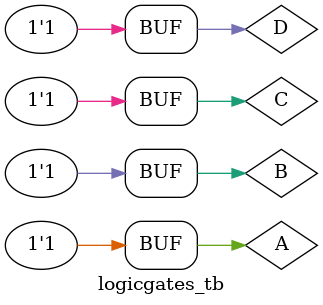
<source format=v>
module logicgates_tb;
reg A,B,C,D;
wire M,N,O,P,Q,F;

		not_gate g1(C,M);
		xor_gate g2(B,D,N);
		and_gate2ip g3(M,N,P);
		not_gate g4(A,O);
		and_gate g5(O,B,C,Q);
		or_gate2ip g6(P,Q,F);
initial 
begin
 $monitor("--- a = %b , b = %b , c = %b , d = %b --- f = %b" ,A,B,C,D,F);

A=1'b0;
B=1'b0;
C=1'b0;
D=1'b0;

 #2 A=1'b0 ;B=1'b0 ;C=1'b0 ;D=1'b1 ;
 #2 A=1'b0 ;B=1'b0 ;C=1'b1 ;D=1'b0 ;
 #2 A=1'b0 ;B=1'b0 ;C=1'b1 ;D=1'b1 ;
 #2 A=1'b0 ;B=1'b1 ;C=1'b0 ;D=1'b0 ;
 #2 A=1'b0 ;B=1'b1 ;C=1'b0 ;D=1'b1 ;
 #2 A=1'b0 ;B=1'b1 ;C=1'b1 ;D=1'b0 ;
 #2 A=1'b1 ;B=1'b1 ;C=1'b1 ;D=1'b1 ;
 #2 A=1'b1 ;B=1'b0 ;C=1'b0 ;D=1'b0 ;
 #2 A=1'b1 ;B=1'b0 ;C=1'b0 ;D=1'b1 ;
 #2 A=1'b1 ;B=1'b0 ;C=1'b1 ;D=1'b0 ;
 #2 A=1'b1 ;B=1'b0 ;C=1'b1 ;D=1'b1 ;
 #2 A=1'b1 ;B=1'b1 ;C=1'b0 ;D=1'b0 ;
 #2 A=1'b1 ;B=1'b1 ;C=1'b0 ;D=1'b1 ;
 #2 A=1'b1 ;B=1'b1 ;C=1'b1 ;D=1'b0 ;
 #2 A=1'b1 ;B=1'b1 ;C=1'b1 ;D=1'b1 ;

end
endmodule
	


			
</source>
